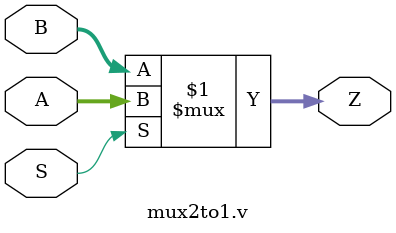
<source format=v>
module mux2to1.v(S,A,B,Z);
	input  S;
	input  [31:0] A;
	input  [31:0] B;
	output [31:0] Z;
	wire   [31:0] Z=S?A:B;
endmodule

</source>
